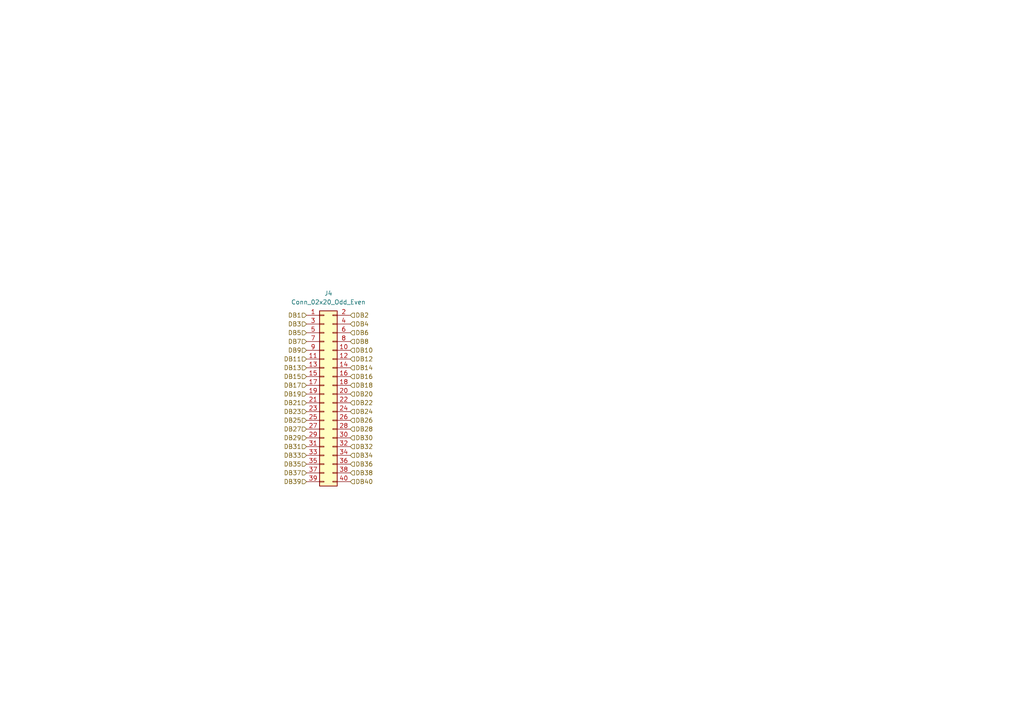
<source format=kicad_sch>
(kicad_sch (version 20231120) (generator "eeschema") (generator_version "8.0")
  (paper "A4")
  (title_block (date "2024-04-25") (rev "V1") (company "22619291") (comment 1 "Niel Theron"))
  (lib_symbols
    (symbol "Connector_Generic:Conn_02x20_Odd_Even" (pin_names (offset 1.016) hide)
      (property "Reference" "J" (at 1.27 25.4 0))
      (property "Value" "Conn_02x20_Odd_Even" (at 1.27 -27.94 0))
      (symbol "Conn_02x20_Odd_Even_1_1"
        (rectangle (start -1.27 -25.273) (end 0 -25.527) (stroke (width 0.1524)))
        (rectangle (start -1.27 -22.733) (end 0 -22.987) (stroke (width 0.1524)))
        (rectangle (start -1.27 -20.193) (end 0 -20.447) (stroke (width 0.1524)))
        (rectangle (start -1.27 -17.653) (end 0 -17.907) (stroke (width 0.1524)))
        (rectangle (start -1.27 -15.113) (end 0 -15.367) (stroke (width 0.1524)))
        (rectangle (start -1.27 -12.573) (end 0 -12.827) (stroke (width 0.1524)))
        (rectangle (start -1.27 -10.033) (end 0 -10.287) (stroke (width 0.1524)))
        (rectangle (start -1.27 -7.493) (end 0 -7.747) (stroke (width 0.1524)))
        (rectangle (start -1.27 -4.953) (end 0 -5.207) (stroke (width 0.1524)))
        (rectangle (start -1.27 -2.413) (end 0 -2.667) (stroke (width 0.1524)))
        (rectangle (start -1.27 0.127) (end 0 -0.127) (stroke (width 0.1524)))
        (rectangle (start -1.27 2.667) (end 0 2.413) (stroke (width 0.1524)))
        (rectangle (start -1.27 5.207) (end 0 4.953) (stroke (width 0.1524)))
        (rectangle (start -1.27 7.747) (end 0 7.493) (stroke (width 0.1524)))
        (rectangle (start -1.27 10.287) (end 0 10.033) (stroke (width 0.1524)))
        (rectangle (start -1.27 12.827) (end 0 12.573) (stroke (width 0.1524)))
        (rectangle (start -1.27 15.367) (end 0 15.113) (stroke (width 0.1524)))
        (rectangle (start -1.27 17.907) (end 0 17.653) (stroke (width 0.1524)))
        (rectangle (start -1.27 20.447) (end 0 20.193) (stroke (width 0.1524)))
        (rectangle (start -1.27 22.987) (end 0 22.733) (stroke (width 0.1524)))
        (rectangle (start -1.27 24.13) (end 3.81 -26.67) (stroke (width 0.254)) (fill (type background)))
        (rectangle (start 3.81 -25.273) (end 2.54 -25.527) (stroke (width 0.1524)))
        (rectangle (start 3.81 -22.733) (end 2.54 -22.987) (stroke (width 0.1524)))
        (rectangle (start 3.81 -20.193) (end 2.54 -20.447) (stroke (width 0.1524)))
        (rectangle (start 3.81 -17.653) (end 2.54 -17.907) (stroke (width 0.1524)))
        (rectangle (start 3.81 -15.113) (end 2.54 -15.367) (stroke (width 0.1524)))
        (rectangle (start 3.81 -12.573) (end 2.54 -12.827) (stroke (width 0.1524)))
        (rectangle (start 3.81 -10.033) (end 2.54 -10.287) (stroke (width 0.1524)))
        (rectangle (start 3.81 -7.493) (end 2.54 -7.747) (stroke (width 0.1524)))
        (rectangle (start 3.81 -4.953) (end 2.54 -5.207) (stroke (width 0.1524)))
        (rectangle (start 3.81 -2.413) (end 2.54 -2.667) (stroke (width 0.1524)))
        (rectangle (start 3.81 0.127) (end 2.54 -0.127) (stroke (width 0.1524)))
        (rectangle (start 3.81 2.667) (end 2.54 2.413) (stroke (width 0.1524)))
        (rectangle (start 3.81 5.207) (end 2.54 4.953) (stroke (width 0.1524)))
        (rectangle (start 3.81 7.747) (end 2.54 7.493) (stroke (width 0.1524)))
        (rectangle (start 3.81 10.287) (end 2.54 10.033) (stroke (width 0.1524)))
        (rectangle (start 3.81 12.827) (end 2.54 12.573) (stroke (width 0.1524)))
        (rectangle (start 3.81 15.367) (end 2.54 15.113) (stroke (width 0.1524)))
        (rectangle (start 3.81 17.907) (end 2.54 17.653) (stroke (width 0.1524)))
        (rectangle (start 3.81 20.447) (end 2.54 20.193) (stroke (width 0.1524)))
        (rectangle (start 3.81 22.987) (end 2.54 22.733) (stroke (width 0.1524)))
        (pin passive line (at -5.08 22.86 0) (length 3.81) (name "Pin_1") (number "1"))
        (pin passive line (at 7.62 12.7 180) (length 3.81) (name "Pin_10") (number "10"))
        (pin passive line (at -5.08 10.16 0) (length 3.81) (name "Pin_11") (number "11"))
        (pin passive line (at 7.62 10.16 180) (length 3.81) (name "Pin_12") (number "12"))
        (pin passive line (at -5.08 7.62 0) (length 3.81) (name "Pin_13") (number "13"))
        (pin passive line (at 7.62 7.62 180) (length 3.81) (name "Pin_14") (number "14"))
        (pin passive line (at -5.08 5.08 0) (length 3.81) (name "Pin_15") (number "15"))
        (pin passive line (at 7.62 5.08 180) (length 3.81) (name "Pin_16") (number "16"))
        (pin passive line (at -5.08 2.54 0) (length 3.81) (name "Pin_17") (number "17"))
        (pin passive line (at 7.62 2.54 180) (length 3.81) (name "Pin_18") (number "18"))
        (pin passive line (at -5.08 0 0) (length 3.81) (name "Pin_19") (number "19"))
        (pin passive line (at 7.62 22.86 180) (length 3.81) (name "Pin_2") (number "2"))
        (pin passive line (at 7.62 0 180) (length 3.81) (name "Pin_20") (number "20"))
        (pin passive line (at -5.08 -2.54 0) (length 3.81) (name "Pin_21") (number "21"))
        (pin passive line (at 7.62 -2.54 180) (length 3.81) (name "Pin_22") (number "22"))
        (pin passive line (at -5.08 -5.08 0) (length 3.81) (name "Pin_23") (number "23"))
        (pin passive line (at 7.62 -5.08 180) (length 3.81) (name "Pin_24") (number "24"))
        (pin passive line (at -5.08 -7.62 0) (length 3.81) (name "Pin_25") (number "25"))
        (pin passive line (at 7.62 -7.62 180) (length 3.81) (name "Pin_26") (number "26"))
        (pin passive line (at -5.08 -10.16 0) (length 3.81) (name "Pin_27") (number "27"))
        (pin passive line (at 7.62 -10.16 180) (length 3.81) (name "Pin_28") (number "28"))
        (pin passive line (at -5.08 -12.7 0) (length 3.81) (name "Pin_29") (number "29"))
        (pin passive line (at -5.08 20.32 0) (length 3.81) (name "Pin_3") (number "3"))
        (pin passive line (at 7.62 -12.7 180) (length 3.81) (name "Pin_30") (number "30"))
        (pin passive line (at -5.08 -15.24 0) (length 3.81) (name "Pin_31") (number "31"))
        (pin passive line (at 7.62 -15.24 180) (length 3.81) (name "Pin_32") (number "32"))
        (pin passive line (at -5.08 -17.78 0) (length 3.81) (name "Pin_33") (number "33"))
        (pin passive line (at 7.62 -17.78 180) (length 3.81) (name "Pin_34") (number "34"))
        (pin passive line (at -5.08 -20.32 0) (length 3.81) (name "Pin_35") (number "35"))
        (pin passive line (at 7.62 -20.32 180) (length 3.81) (name "Pin_36") (number "36"))
        (pin passive line (at -5.08 -22.86 0) (length 3.81) (name "Pin_37") (number "37"))
        (pin passive line (at 7.62 -22.86 180) (length 3.81) (name "Pin_38") (number "38"))
        (pin passive line (at -5.08 -25.4 0) (length 3.81) (name "Pin_39") (number "39"))
        (pin passive line (at 7.62 20.32 180) (length 3.81) (name "Pin_4") (number "4"))
        (pin passive line (at 7.62 -25.4 180) (length 3.81) (name "Pin_40") (number "40"))
        (pin passive line (at -5.08 17.78 0) (length 3.81) (name "Pin_5") (number "5"))
        (pin passive line (at 7.62 17.78 180) (length 3.81) (name "Pin_6") (number "6"))
        (pin passive line (at -5.08 15.24 0) (length 3.81) (name "Pin_7") (number "7"))
        (pin passive line (at 7.62 15.24 180) (length 3.81) (name "Pin_8") (number "8"))
        (pin passive line (at -5.08 12.7 0) (length 3.81) (name "Pin_9") (number "9"))
      )
    )
  )
  (hierarchical_label "DB16" (shape input) (at 101.6 109.22 0))
  (hierarchical_label "DB10" (shape input) (at 101.6 101.6 0))
  (hierarchical_label "DB17" (shape input) (at 88.9 111.76 180))
  (hierarchical_label "DB38" (shape input) (at 101.6 137.16 0))
  (hierarchical_label "DB7" (shape input) (at 88.9 99.06 180))
  (hierarchical_label "DB37" (shape input) (at 88.9 137.16 180))
  (hierarchical_label "DB4" (shape input) (at 101.6 93.98 0))
  (hierarchical_label "DB27" (shape input) (at 88.9 124.46 180))
  (hierarchical_label "DB36" (shape input) (at 101.6 134.62 0))
  (hierarchical_label "DB15" (shape input) (at 88.9 109.22 180))
  (hierarchical_label "DB30" (shape input) (at 101.6 127 0))
  (hierarchical_label "DB33" (shape input) (at 88.9 132.08 180))
  (hierarchical_label "DB32" (shape input) (at 101.6 129.54 0))
  (hierarchical_label "DB3" (shape input) (at 88.9 93.98 180))
  (hierarchical_label "DB13" (shape input) (at 88.9 106.68 180))
  (hierarchical_label "DB14" (shape input) (at 101.6 106.68 0))
  (hierarchical_label "DB5" (shape input) (at 88.9 96.52 180))
  (hierarchical_label "DB9" (shape input) (at 88.9 101.6 180))
  (hierarchical_label "DB24" (shape input) (at 101.6 119.38 0))
  (hierarchical_label "DB1" (shape input) (at 88.9 91.44 180))
  (hierarchical_label "DB25" (shape input) (at 88.9 121.92 180))
  (hierarchical_label "DB26" (shape input) (at 101.6 121.92 0))
  (hierarchical_label "DB35" (shape input) (at 88.9 134.62 180))
  (hierarchical_label "DB40" (shape input) (at 101.6 139.7 0))
  (hierarchical_label "DB18" (shape input) (at 101.6 111.76 0))
  (hierarchical_label "DB31" (shape input) (at 88.9 129.54 180))
  (hierarchical_label "DB28" (shape input) (at 101.6 124.46 0))
  (hierarchical_label "DB23" (shape input) (at 88.9 119.38 180))
  (hierarchical_label "DB8" (shape input) (at 101.6 99.06 0))
  (hierarchical_label "DB6" (shape input) (at 101.6 96.52 0))
  (hierarchical_label "DB39" (shape input) (at 88.9 139.7 180))
  (hierarchical_label "DB19" (shape input) (at 88.9 114.3 180))
  (hierarchical_label "DB2" (shape input) (at 101.6 91.44 0))
  (hierarchical_label "DB21" (shape input) (at 88.9 116.84 180))
  (hierarchical_label "DB12" (shape input) (at 101.6 104.14 0))
  (hierarchical_label "DB22" (shape input) (at 101.6 116.84 0))
  (hierarchical_label "DB29" (shape input) (at 88.9 127 180))
  (hierarchical_label "DB11" (shape input) (at 88.9 104.14 180))
  (hierarchical_label "DB34" (shape input) (at 101.6 132.08 0))
  (hierarchical_label "DB20" (shape input) (at 101.6 114.3 0))
  (symbol (lib_id "Connector_Generic:Conn_02x20_Odd_Even") (at 93.98 114.3 0) (unit 1)
    (property "Reference" "J4" (at 95.25 85.09 0))
    (property "Value" "Conn_02x20_Odd_Even" (at 95.25 87.63 0))
    (property "Footprint" "Skripsie:HRS_DF40C-50DS-0.4V(51)" (effects (hide yes)))
    (property "Description" "Generic connector, double row, 02x20, odd/even pin numbering scheme (row 1 odd numbers, row 2 even numbers), script generated (kicad-library-utils/schlib/autogen/connector/)" (effects (hide yes)))
  )
)
</source>
